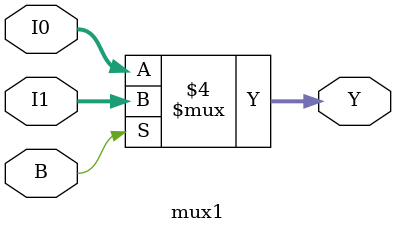
<source format=v>
`timescale 1ns / 1ps


module mux1(
input [3:0] I0,
input [3:0] I1,
input B,
output reg [3:0] Y
    );
    always @(B)
    begin
    if (B==0)
     Y = I0[3:0];
    else 
     Y = I1[3:0];
 end
endmodule

</source>
